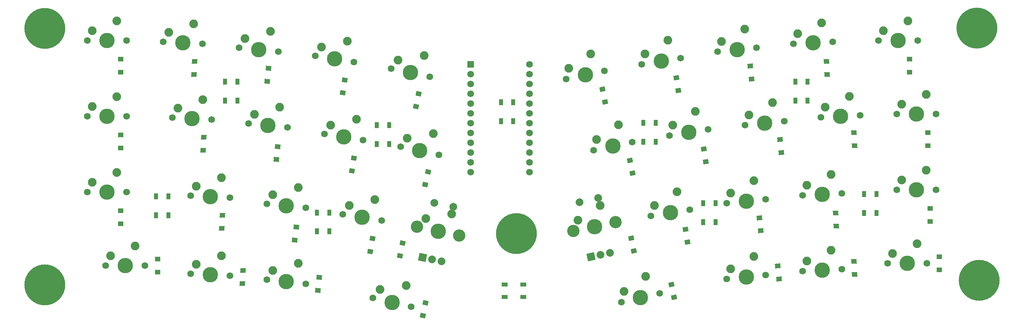
<source format=gbr>
%TF.GenerationSoftware,KiCad,Pcbnew,(6.0.4)*%
%TF.CreationDate,2022-10-29T14:00:47-07:00*%
%TF.ProjectId,tiddlywink_square,74696464-6c79-4776-996e-6b5f73717561,rev?*%
%TF.SameCoordinates,Original*%
%TF.FileFunction,Soldermask,Bot*%
%TF.FilePolarity,Negative*%
%FSLAX46Y46*%
G04 Gerber Fmt 4.6, Leading zero omitted, Abs format (unit mm)*
G04 Created by KiCad (PCBNEW (6.0.4)) date 2022-10-29 14:00:47*
%MOMM*%
%LPD*%
G01*
G04 APERTURE LIST*
G04 Aperture macros list*
%AMRotRect*
0 Rectangle, with rotation*
0 The origin of the aperture is its center*
0 $1 length*
0 $2 width*
0 $3 Rotation angle, in degrees counterclockwise*
0 Add horizontal line*
21,1,$1,$2,0,0,$3*%
G04 Aperture macros list end*
%ADD10C,1.750000*%
%ADD11C,3.987800*%
%ADD12C,2.250000*%
%ADD13C,0.900000*%
%ADD14C,10.600000*%
%ADD15RotRect,2.000000X2.000000X78.000000*%
%ADD16C,2.000000*%
%ADD17C,3.200000*%
%ADD18R,1.752600X1.752600*%
%ADD19C,1.752600*%
%ADD20RotRect,2.000000X2.000000X102.000000*%
%ADD21C,0.800000*%
%ADD22RotRect,1.200000X1.400000X99.000000*%
%ADD23RotRect,1.200000X1.400000X84.000000*%
%ADD24R,1.000000X1.500000*%
%ADD25RotRect,1.200000X1.400000X81.000000*%
%ADD26R,1.400000X1.200000*%
%ADD27RotRect,1.200000X1.400000X93.000000*%
%ADD28RotRect,1.200000X1.400000X78.000000*%
%ADD29RotRect,1.200000X1.400000X102.000000*%
%ADD30RotRect,1.200000X1.400000X87.000000*%
%ADD31RotRect,1.200000X1.400000X96.000000*%
%ADD32R,1.500000X1.000000*%
G04 APERTURE END LIST*
D10*
%TO.C,MX30*%
X247967704Y-66079743D03*
X237807704Y-66079743D03*
D11*
X242887704Y-66079743D03*
D12*
X239077704Y-63539743D03*
X245427704Y-60999743D03*
%TD*%
D10*
%TO.C,MX13*%
X80061609Y-49941984D03*
D11*
X75009438Y-49410979D03*
D10*
X69957267Y-48879974D03*
D12*
X71485812Y-46486640D03*
X78066528Y-44624310D03*
%TD*%
D10*
%TO.C,MX24*%
X94399814Y-72428812D03*
D11*
X99417271Y-73223499D03*
D10*
X104434728Y-74018186D03*
D12*
X96051522Y-70118755D03*
X102720686Y-68603386D03*
%TD*%
D11*
%TO.C,MX18*%
X203597046Y-48815666D03*
D10*
X198544875Y-49346671D03*
X208649217Y-48284661D03*
D12*
X199542415Y-46687834D03*
X205592127Y-43497992D03*
%TD*%
D10*
%TO.C,MX10*%
X243205200Y-27384398D03*
D11*
X238125200Y-27384398D03*
D10*
X233045200Y-27384398D03*
D12*
X234315200Y-24844398D03*
X240665200Y-22304398D03*
%TD*%
D10*
%TO.C,MX29*%
X223552909Y-67004502D03*
D11*
X218479871Y-67270369D03*
D10*
X213406833Y-67536236D03*
D12*
X214542159Y-64933250D03*
X220750523Y-62064398D03*
%TD*%
D10*
%TO.C,MX8*%
X201505461Y-29234645D03*
X191401119Y-30296655D03*
D11*
X196453290Y-29765650D03*
D12*
X192398659Y-27637818D03*
X198448371Y-24447976D03*
%TD*%
D10*
%TO.C,MX6*%
X162131622Y-35257902D03*
X152193642Y-37370284D03*
D11*
X157162632Y-36314093D03*
D12*
X152907794Y-34621742D03*
X158590936Y-30817007D03*
%TD*%
D10*
%TO.C,MX27*%
X174171756Y-72827560D03*
X184206670Y-71238186D03*
D11*
X179189213Y-72032873D03*
D12*
X175028777Y-70120160D03*
X180903254Y-66618073D03*
%TD*%
D10*
%TO.C,MX31*%
X33020032Y-85725072D03*
D11*
X38100032Y-85725072D03*
D10*
X43180032Y-85725072D03*
D12*
X34290032Y-83185072D03*
X40640032Y-80645072D03*
%TD*%
D13*
%TO.C,REF\u002A\u002A*%
X21239077Y-24220962D03*
X14453328Y-21410213D03*
X13289077Y-24220962D03*
X17264077Y-20245962D03*
X20074826Y-27031711D03*
X14453328Y-27031711D03*
D14*
X17264077Y-24220962D03*
D13*
X20074826Y-21410213D03*
X17264077Y-28195962D03*
%TD*%
D14*
%TO.C,REF\u002A\u002A*%
X259159155Y-89494950D03*
D13*
X263134155Y-89494950D03*
X255184155Y-89494950D03*
X256348406Y-92305699D03*
X259159155Y-85519950D03*
X261969904Y-86684201D03*
X256348406Y-86684201D03*
X261969904Y-92305699D03*
X259159155Y-93469950D03*
%TD*%
D11*
%TO.C,MX28*%
X198834542Y-69056308D03*
D10*
X193782371Y-69587313D03*
X203886713Y-68525303D03*
D12*
X194779911Y-66928476D03*
X200829623Y-63738634D03*
%TD*%
D10*
%TO.C,MX36*%
X193782371Y-89232642D03*
X203886713Y-88170632D03*
D11*
X198834542Y-88701637D03*
D12*
X194779911Y-86573805D03*
X200829623Y-83383963D03*
%TD*%
D10*
%TO.C,MX4*%
X87256058Y-31352215D03*
D11*
X92273515Y-32146902D03*
D10*
X97290972Y-32941589D03*
D12*
X88907766Y-29042158D03*
X95576930Y-27526789D03*
%TD*%
D11*
%TO.C,MX22*%
X60126613Y-67865682D03*
D10*
X55053575Y-67599815D03*
X65199651Y-68131549D03*
D12*
X56454768Y-65129763D03*
X62928999Y-62925577D03*
%TD*%
D11*
%TO.C,MX25*%
X119062600Y-76795377D03*
D12*
X115863953Y-73518739D03*
X122603286Y-72354483D03*
%TD*%
D15*
%TO.C,KNOB2*%
X115057893Y-83611705D03*
D16*
X119948631Y-84651263D03*
X117503262Y-84131484D03*
D17*
X113584973Y-75631072D03*
X124540227Y-77959682D03*
D16*
X122963351Y-70468123D03*
X118072613Y-69428565D03*
%TD*%
D13*
%TO.C,REF\u002A\u002A*%
X139303242Y-73415690D03*
X136492493Y-74579941D03*
X143278242Y-77390690D03*
X135328242Y-77390690D03*
D14*
X139303242Y-77390690D03*
D13*
X136492493Y-80201439D03*
X142113991Y-74579941D03*
X142113991Y-80201439D03*
X139303242Y-81365690D03*
%TD*%
D10*
%TO.C,MX15*%
X119269086Y-57015613D03*
X109331106Y-54903231D03*
D11*
X114300096Y-55959422D03*
D12*
X111101449Y-52682784D03*
X117840782Y-51518528D03*
%TD*%
D10*
%TO.C,MX17*%
X178934260Y-51991605D03*
D11*
X183951717Y-51196918D03*
D10*
X188969174Y-50402231D03*
D12*
X179791281Y-49284205D03*
X185665758Y-45782118D03*
%TD*%
D10*
%TO.C,MX3*%
X67576015Y-29234645D03*
D11*
X72628186Y-29765650D03*
D10*
X77680357Y-30296655D03*
D12*
X69104560Y-26841311D03*
X75685276Y-24978981D03*
%TD*%
D10*
%TO.C,MX34*%
X102206540Y-94107329D03*
D11*
X107156340Y-95250080D03*
D10*
X112106140Y-96392831D03*
D12*
X104015366Y-91918117D03*
X110773991Y-90871656D03*
%TD*%
D18*
%TO.C,PM1*%
X127516051Y-33552638D03*
D19*
X127516051Y-36092638D03*
X127516051Y-38632638D03*
X127516051Y-41172638D03*
X127516051Y-43712638D03*
X127516051Y-46252638D03*
X127516051Y-48792638D03*
X127516051Y-51332638D03*
X127516051Y-53872638D03*
X127516051Y-56412638D03*
X127516051Y-58952638D03*
X127516051Y-61492638D03*
X142756051Y-61492638D03*
X142756051Y-58952638D03*
X142756051Y-56412638D03*
X142756051Y-53872638D03*
X142756051Y-51332638D03*
X142756051Y-48792638D03*
X142756051Y-46252638D03*
X142756051Y-43712638D03*
X142756051Y-41172638D03*
X142756051Y-38632638D03*
X142756051Y-36092638D03*
X142756051Y-33552638D03*
%TD*%
D10*
%TO.C,MX38*%
X235426452Y-85129759D03*
X245586452Y-85129759D03*
D11*
X240506452Y-85129759D03*
D12*
X236696452Y-82589759D03*
X243046452Y-80049759D03*
%TD*%
D11*
%TO.C,MX7*%
X176807961Y-32742215D03*
D10*
X171790504Y-33536902D03*
X181825418Y-31947528D03*
D12*
X172647525Y-30829502D03*
X178522002Y-27327415D03*
%TD*%
D13*
%TO.C,REF\u002A\u002A*%
X20074826Y-87875269D03*
X21239077Y-90686018D03*
X20074826Y-93496767D03*
X17264077Y-94661018D03*
X14453328Y-87875269D03*
D14*
X17264077Y-90686018D03*
D13*
X17264077Y-86711018D03*
X13289077Y-90686018D03*
X14453328Y-93496767D03*
%TD*%
D10*
%TO.C,MX32*%
X65199651Y-88372191D03*
X55053575Y-87840457D03*
D11*
X60126613Y-88106324D03*
D12*
X56454768Y-85370405D03*
X62928999Y-83166219D03*
%TD*%
D10*
%TO.C,MX19*%
X228315413Y-46763860D03*
D11*
X223242375Y-47029727D03*
D10*
X218169337Y-47295594D03*
D12*
X219304663Y-44692608D03*
X225513027Y-41823756D03*
%TD*%
D10*
%TO.C,MX9*%
X221171657Y-27713844D03*
D11*
X216098619Y-27979711D03*
D10*
X211025581Y-28245578D03*
D12*
X212160907Y-25642592D03*
X218369271Y-22773740D03*
%TD*%
D10*
%TO.C,MX35*%
X176399944Y-92916703D03*
X166500344Y-95202205D03*
D11*
X171450144Y-94059454D03*
D12*
X167166418Y-92441618D03*
X172782293Y-88538278D03*
%TD*%
D10*
%TO.C,MX20*%
X237807704Y-46434414D03*
D11*
X242887704Y-46434414D03*
D10*
X247967704Y-46434414D03*
D12*
X239077704Y-43894414D03*
X245427704Y-41354414D03*
%TD*%
D10*
%TO.C,MX23*%
X84824113Y-70777939D03*
X74719771Y-69715929D03*
D11*
X79771942Y-70246934D03*
D12*
X76248316Y-67322595D03*
X82829032Y-65460265D03*
%TD*%
D10*
%TO.C,MX33*%
X84824113Y-90423268D03*
X74719771Y-89361258D03*
D11*
X79771942Y-89892263D03*
D12*
X76248316Y-86967924D03*
X82829032Y-85105594D03*
%TD*%
D20*
%TO.C,KNOB1*%
X158657853Y-83460637D03*
D16*
X163548591Y-82421079D03*
X161103222Y-82940858D03*
D17*
X165021511Y-74440446D03*
X154066257Y-76769056D03*
D16*
X160533871Y-68237939D03*
X155643133Y-69277497D03*
%TD*%
D11*
%TO.C,MX14*%
X94654767Y-52387544D03*
D10*
X99672224Y-53182231D03*
X89637310Y-51592857D03*
D12*
X91289018Y-49282800D03*
X97958182Y-47767431D03*
%TD*%
D10*
%TO.C,MX37*%
X223552909Y-86649831D03*
X213406833Y-87181565D03*
D11*
X218479871Y-86915698D03*
D12*
X214542159Y-84578579D03*
X220750523Y-81709727D03*
%TD*%
D11*
%TO.C,MX21*%
X33337528Y-66675056D03*
D10*
X38417528Y-66675056D03*
X28257528Y-66675056D03*
D12*
X29527528Y-64135056D03*
X35877528Y-61595056D03*
%TD*%
D11*
%TO.C,MX12*%
X55364109Y-47625040D03*
D10*
X60437147Y-47890907D03*
X50291071Y-47359173D03*
D12*
X51692264Y-44889121D03*
X58166495Y-42684935D03*
%TD*%
D11*
%TO.C,MX2*%
X52982857Y-27979711D03*
D10*
X47909819Y-27713844D03*
X58055895Y-28245578D03*
D12*
X49311012Y-25243792D03*
X55785243Y-23039606D03*
%TD*%
D14*
%TO.C,REF\u002A\u002A*%
X258564155Y-24209520D03*
D13*
X258564155Y-28184520D03*
X258564155Y-20234520D03*
X261374904Y-21398771D03*
X255753406Y-27020269D03*
X261374904Y-27020269D03*
X255753406Y-21398771D03*
X254589155Y-24209520D03*
X262539155Y-24209520D03*
%TD*%
D10*
%TO.C,MX5*%
X106949854Y-34662589D03*
D11*
X111918844Y-35718780D03*
D10*
X116887834Y-36774971D03*
D12*
X108720197Y-32442142D03*
X115459530Y-31277886D03*
%TD*%
D10*
%TO.C,MX11*%
X38417528Y-47029727D03*
D11*
X33337528Y-47029727D03*
D10*
X28257528Y-47029727D03*
D12*
X29527528Y-44489727D03*
X35877528Y-41949727D03*
%TD*%
D11*
%TO.C,MX16*%
X164306388Y-54768796D03*
D10*
X159337398Y-55824987D03*
X169275378Y-53712605D03*
D12*
X160051550Y-53076445D03*
X165734692Y-49271710D03*
%TD*%
D10*
%TO.C,MX1*%
X28257528Y-27384398D03*
X38417528Y-27384398D03*
D11*
X33337528Y-27384398D03*
D12*
X29527528Y-24844398D03*
X35877528Y-22304398D03*
%TD*%
D11*
%TO.C,MX26*%
X159543884Y-75604751D03*
D12*
X155289046Y-73912400D03*
X160972188Y-70107665D03*
%TD*%
D21*
%TO.C,D17*%
X188384847Y-58829118D03*
D22*
X188384847Y-58829118D03*
X187852969Y-55470978D03*
D21*
X187852969Y-55470978D03*
%TD*%
D23*
%TO.C,D13*%
X77212992Y-58245422D03*
D21*
X77212992Y-58245422D03*
D23*
X77568388Y-54864048D03*
D21*
X77568388Y-54864048D03*
%TD*%
D24*
%TO.C,RGB5*%
X172231250Y-48746918D03*
X175431250Y-48746918D03*
X175431250Y-53646918D03*
X172231250Y-53646918D03*
%TD*%
D25*
%TO.C,D14*%
X96770080Y-61210370D03*
D21*
X96770080Y-61210370D03*
D25*
X97301958Y-57852230D03*
D21*
X97301958Y-57852230D03*
%TD*%
D23*
%TO.C,D33*%
X87928478Y-92178111D03*
D21*
X87928478Y-92178111D03*
X88283874Y-88796737D03*
D23*
X88283874Y-88796737D03*
%TD*%
D21*
%TO.C,D3*%
X74831740Y-38004780D03*
D23*
X74831740Y-38004780D03*
X75187136Y-34623406D03*
D21*
X75187136Y-34623406D03*
%TD*%
D26*
%TO.C,D38*%
X248840834Y-86829759D03*
D21*
X248840834Y-86829759D03*
D26*
X248840834Y-83429759D03*
D21*
X248840834Y-83429759D03*
%TD*%
%TO.C,D9*%
X219759468Y-36225824D03*
D27*
X219759468Y-36225824D03*
D21*
X219581526Y-32830484D03*
D27*
X219581526Y-32830484D03*
%TD*%
D21*
%TO.C,D10*%
X241101765Y-35632841D03*
D26*
X241101765Y-35632841D03*
X241101765Y-32232841D03*
D21*
X241101765Y-32232841D03*
%TD*%
D26*
%TO.C,D31*%
X46434414Y-87425072D03*
D21*
X46434414Y-87425072D03*
X46434414Y-84025072D03*
D26*
X46434414Y-84025072D03*
%TD*%
D24*
%TO.C,RGB10*%
X135321875Y-43389101D03*
X138521875Y-43389101D03*
X138521875Y-48289101D03*
X135321875Y-48289101D03*
%TD*%
D26*
%TO.C,D11*%
X36909406Y-55278170D03*
D21*
X36909406Y-55278170D03*
X36909406Y-51878170D03*
D26*
X36909406Y-51878170D03*
%TD*%
D21*
%TO.C,D15*%
X115732585Y-64766029D03*
D28*
X115732585Y-64766029D03*
X116439485Y-61440327D03*
D21*
X116439485Y-61440327D03*
%TD*%
D25*
%TO.C,D24*%
X101532584Y-82046325D03*
D21*
X101532584Y-82046325D03*
X102064462Y-78688185D03*
D25*
X102064462Y-78688185D03*
%TD*%
D21*
%TO.C,D37*%
X226903224Y-88018055D03*
D27*
X226903224Y-88018055D03*
X226725282Y-84622715D03*
D21*
X226725282Y-84622715D03*
%TD*%
%TO.C,D16*%
X169422342Y-61789464D03*
D29*
X169422342Y-61789464D03*
X168715442Y-58463762D03*
D21*
X168715442Y-58463762D03*
%TD*%
D30*
%TO.C,D12*%
X58251703Y-55871153D03*
D21*
X58251703Y-55871153D03*
D30*
X58429645Y-52475813D03*
D21*
X58429645Y-52475813D03*
%TD*%
%TO.C,D32*%
X68372024Y-90399307D03*
D30*
X68372024Y-90399307D03*
D21*
X68549966Y-87003967D03*
D30*
X68549966Y-87003967D03*
%TD*%
D31*
%TO.C,D18*%
X207941935Y-56459483D03*
D21*
X207941935Y-56459483D03*
D31*
X207586539Y-53078109D03*
D21*
X207586539Y-53078109D03*
%TD*%
D22*
%TO.C,D7*%
X181241091Y-40374415D03*
D21*
X181241091Y-40374415D03*
D22*
X180709213Y-37016275D03*
D21*
X180709213Y-37016275D03*
%TD*%
%TO.C,D29*%
X222140720Y-75516482D03*
D27*
X222140720Y-75516482D03*
D21*
X221962778Y-72121142D03*
D27*
X221962778Y-72121142D03*
%TD*%
D21*
%TO.C,D1*%
X36909406Y-35632841D03*
D26*
X36909406Y-35632841D03*
X36909406Y-32232841D03*
D21*
X36909406Y-32232841D03*
%TD*%
D26*
%TO.C,D20*%
X245864269Y-54682857D03*
D21*
X245864269Y-54682857D03*
D26*
X245864269Y-51282857D03*
D21*
X245864269Y-51282857D03*
%TD*%
D27*
%TO.C,D19*%
X226903224Y-54680527D03*
D21*
X226903224Y-54680527D03*
X226725282Y-51285187D03*
D27*
X226725282Y-51285187D03*
%TD*%
D31*
%TO.C,D28*%
X202584118Y-76700125D03*
D21*
X202584118Y-76700125D03*
D31*
X202228722Y-73318751D03*
D21*
X202228722Y-73318751D03*
%TD*%
%TO.C,D27*%
X183622343Y-79665073D03*
D22*
X183622343Y-79665073D03*
X183090465Y-76306933D03*
D21*
X183090465Y-76306933D03*
%TD*%
D24*
%TO.C,RGB6*%
X187709375Y-69582873D03*
X190909375Y-69582873D03*
X190909375Y-74482873D03*
X187709375Y-74482873D03*
%TD*%
D31*
%TO.C,D8*%
X200202866Y-37409467D03*
D21*
X200202866Y-37409467D03*
X199847470Y-34028093D03*
D31*
X199847470Y-34028093D03*
%TD*%
D24*
%TO.C,RGB1*%
X46025000Y-67796875D03*
X49225000Y-67796875D03*
X49225000Y-72696875D03*
X46025000Y-72696875D03*
%TD*%
D30*
%TO.C,D2*%
X55870451Y-36225824D03*
D21*
X55870451Y-36225824D03*
X56048393Y-32830484D03*
D30*
X56048393Y-32830484D03*
%TD*%
D29*
%TO.C,D26*%
X169775792Y-81907018D03*
D21*
X169775792Y-81907018D03*
X169068892Y-78581316D03*
D29*
X169068892Y-78581316D03*
%TD*%
D24*
%TO.C,RGB8*%
X229381250Y-67201621D03*
X232581250Y-67201621D03*
X232581250Y-72101621D03*
X229381250Y-72101621D03*
%TD*%
D21*
%TO.C,D23*%
X81975496Y-79081377D03*
D23*
X81975496Y-79081377D03*
D21*
X82330892Y-75700003D03*
D23*
X82330892Y-75700003D03*
%TD*%
D24*
%TO.C,RGB7*%
X211521875Y-38031284D03*
X214721875Y-38031284D03*
X214721875Y-42931284D03*
X211521875Y-42931284D03*
%TD*%
%TO.C,RGB4*%
X103175000Y-49342231D03*
X106375000Y-49342231D03*
X106375000Y-54242231D03*
X103175000Y-54242231D03*
%TD*%
D29*
%TO.C,D6*%
X162278586Y-43334761D03*
D21*
X162278586Y-43334761D03*
X161571686Y-40009059D03*
D29*
X161571686Y-40009059D03*
%TD*%
D21*
%TO.C,D30*%
X246459582Y-74328186D03*
D26*
X246459582Y-74328186D03*
D21*
X246459582Y-70928186D03*
D26*
X246459582Y-70928186D03*
%TD*%
D28*
%TO.C,D25*%
X109184142Y-83220732D03*
D21*
X109184142Y-83220732D03*
D28*
X109891042Y-79895030D03*
D21*
X109891042Y-79895030D03*
%TD*%
D24*
%TO.C,RGB3*%
X87696875Y-71964125D03*
X90896875Y-71964125D03*
X90896875Y-76864125D03*
X87696875Y-76864125D03*
%TD*%
%TO.C,RGB2*%
X63884375Y-38031284D03*
X67084375Y-38031284D03*
X67084375Y-42931284D03*
X63884375Y-42931284D03*
%TD*%
D21*
%TO.C,D22*%
X63014207Y-76111795D03*
D30*
X63014207Y-76111795D03*
D21*
X63192149Y-72716455D03*
D30*
X63192149Y-72716455D03*
%TD*%
D32*
%TO.C,RGB9*%
X136257929Y-93873515D03*
X136257929Y-90673515D03*
X141157929Y-90673515D03*
X141157929Y-93873515D03*
%TD*%
D21*
%TO.C,D36*%
X207346622Y-89201698D03*
D31*
X207346622Y-89201698D03*
X206991226Y-85820324D03*
D21*
X206991226Y-85820324D03*
%TD*%
D28*
%TO.C,D5*%
X113351333Y-44525387D03*
D21*
X113351333Y-44525387D03*
X114058233Y-41199685D03*
D28*
X114058233Y-41199685D03*
%TD*%
D29*
%TO.C,D35*%
X180137976Y-93936366D03*
D21*
X180137976Y-93936366D03*
D29*
X179431076Y-90610664D03*
D21*
X179431076Y-90610664D03*
%TD*%
%TO.C,D4*%
X94388828Y-40969728D03*
D25*
X94388828Y-40969728D03*
X94920706Y-37611588D03*
D21*
X94920706Y-37611588D03*
%TD*%
D28*
%TO.C,D34*%
X115137272Y-98698870D03*
D21*
X115137272Y-98698870D03*
X115844172Y-95373168D03*
D28*
X115844172Y-95373168D03*
%TD*%
D21*
%TO.C,D21*%
X36909406Y-74923499D03*
D26*
X36909406Y-74923499D03*
D21*
X36909406Y-71523499D03*
D26*
X36909406Y-71523499D03*
%TD*%
M02*

</source>
